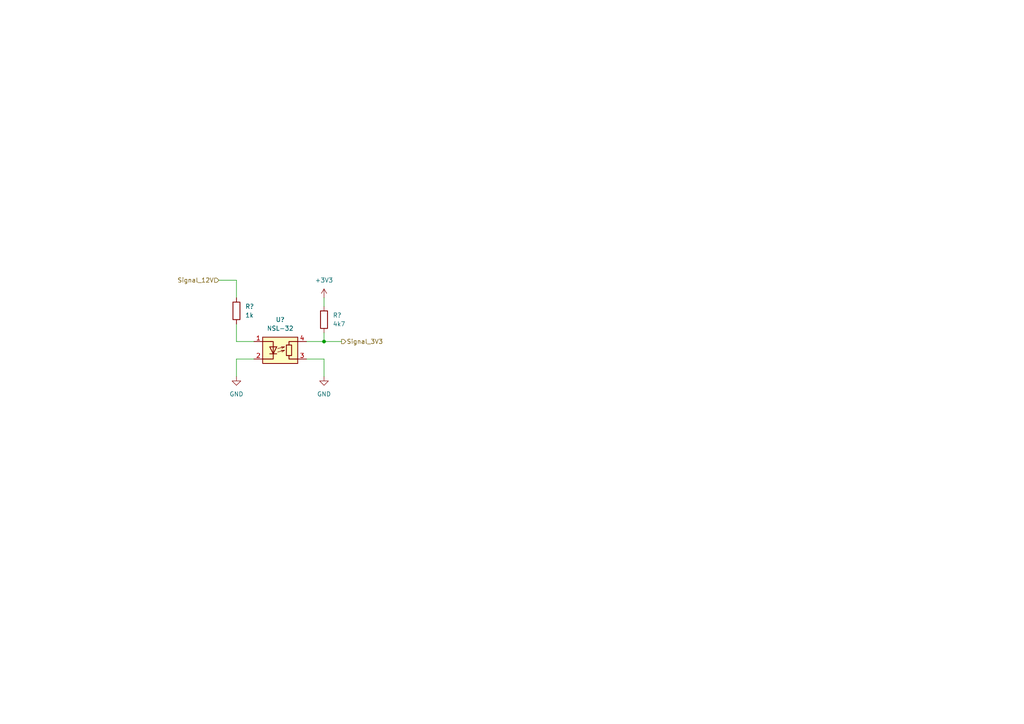
<source format=kicad_sch>
(kicad_sch (version 20211123) (generator eeschema)
  (paper "A4")
  (lib_symbols
    (symbol "Device:R" (pin_numbers hide) (pin_names (offset 0))
      (property "Reference" "R" (at 2.032 0 90))
      (property "Value" "R" (at 0 0 90))
      (symbol "R_0_1"
        (rectangle (start -1.016 -2.54) (end 1.016 2.54) (stroke (width 0.254)))
      )
      (symbol "R_1_1"
        (pin passive line (at 0 3.81 270) (length 1.27) (name "~") (number "1"))
        (pin passive line (at 0 -3.81 90) (length 1.27) (name "~") (number "2"))
      )
    )
    (symbol "Isolator:NSL-32" (pin_names (offset 0.762) hide)
      (property "Reference" "U" (at 0 5.08 0))
      (property "Value" "NSL-32" (at 0 -5.08 0))
      (symbol "NSL-32_0_1"
        (rectangle (start -5.08 3.81) (end 5.08 -3.81) (stroke (width 0.254)) (fill (type background)))
        (polyline (pts (xy -5.08 2.54) (xy -2.54 2.54)) (stroke (width 0.254)))
        (polyline (pts (xy -2.794 -2.54) (xy -5.08 -2.54)) (stroke (width 0.254)))
        (polyline (pts (xy -1.016 -1.016) (xy -3.048 -1.016) (xy -3.048 -1.016)) (stroke (width 0.254)))
        (polyline (pts (xy -0.762 -0.508) (xy 1.27 0) (xy 1.27 0)))
        (polyline (pts (xy -0.762 0.508) (xy 1.27 1.016) (xy 1.27 1.016)))
        (polyline (pts (xy 2.54 -1.524) (xy 2.54 -2.54) (xy 5.08 -2.54)) (stroke (width 0.254)))
        (polyline (pts (xy 2.54 1.524) (xy 2.54 2.54) (xy 5.08 2.54)) (stroke (width 0.254)))
        (polyline (pts (xy -2.794 -2.54) (xy -2.032 -2.54) (xy -2.032 2.54) (xy -2.794 2.54)) (stroke (width 0.254)))
        (polyline (pts (xy 0.254 0) (xy 1.27 0) (xy 0.508 -0.508) (xy 0.508 -0.508)))
        (polyline (pts (xy 0.254 1.016) (xy 1.27 1.016) (xy 0.508 0.508) (xy 0.508 0.508)))
        (polyline (pts (xy -1.016 1.016) (xy -3.048 1.016) (xy -2.032 -1.016) (xy -1.016 1.016) (xy -1.016 1.016) (xy -1.016 1.016)) (stroke (width 0.254)))
        (rectangle (start 1.778 1.524) (end 3.302 -1.524) (stroke (width 0.254)))
      )
      (symbol "NSL-32_1_1"
        (pin passive line (at -7.62 2.54 0) (length 2.54) (name "A") (number "1"))
        (pin passive line (at -7.62 -2.54 0) (length 2.54) (name "K") (number "2"))
        (pin passive line (at 7.62 -2.54 180) (length 2.54) (name "R") (number "3"))
        (pin passive line (at 7.62 2.54 180) (length 2.54) (name "R") (number "4"))
      )
    )
    (symbol "power:+3V3" (power) (pin_names (offset 0))
      (property "Value" "+3V3" (at 0 3.556 0))
      (symbol "+3V3_0_1"
        (polyline (pts (xy -0.762 1.27) (xy 0 2.54)))
        (polyline (pts (xy 0 0) (xy 0 2.54)))
        (polyline (pts (xy 0 2.54) (xy 0.762 1.27)))
      )
      (symbol "+3V3_1_1"
        (pin power_in line (at 0 0 90) (length 0) hide (name "+3V3") (number "1"))
      )
    )
    (symbol "power:GND" (power) (pin_names (offset 0))
      (property "Value" "GND" (at 0 -3.81 0))
      (symbol "GND_0_1"
        (polyline (pts (xy 0 0) (xy 0 -1.27) (xy 1.27 -1.27) (xy 0 -2.54) (xy -1.27 -1.27) (xy 0 -1.27)))
      )
      (symbol "GND_1_1"
        (pin power_in line (at 0 0 270) (length 0) hide (name "GND") (number "1"))
      )
    )
  )
  (junction (at 93.98 99.06))
  (wire (pts (xy 93.98 104.14) (xy 93.98 109.22)))
  (wire (pts (xy 68.58 99.06) (xy 73.66 99.06)))
  (wire (pts (xy 93.98 99.06) (xy 99.06 99.06)))
  (wire (pts (xy 93.98 86.36) (xy 93.98 88.9)))
  (wire (pts (xy 68.58 93.98) (xy 68.58 99.06)))
  (wire (pts (xy 88.9 99.06) (xy 93.98 99.06)))
  (wire (pts (xy 73.66 104.14) (xy 68.58 104.14)))
  (wire (pts (xy 88.9 104.14) (xy 93.98 104.14)))
  (wire (pts (xy 93.98 96.52) (xy 93.98 99.06)))
  (wire (pts (xy 68.58 81.28) (xy 68.58 86.36)))
  (wire (pts (xy 63.5 81.28) (xy 68.58 81.28)))
  (wire (pts (xy 68.58 104.14) (xy 68.58 109.22)))
  (hierarchical_label "Signal_3V3" (shape output) (at 99.06 99.06 0))
  (hierarchical_label "Signal_12V" (shape input) (at 63.5 81.28 180))
  (symbol (lib_id "power:+3V3") (at 93.98 86.36 0) (unit 1)
    (property "Reference" "#PWR?" (effects hide))
    (property "Value" "+3V3" (at 93.98 81.28 0))
  )
  (symbol (lib_id "Isolator:NSL-32") (at 81.28 101.6 0) (unit 1)
    (property "Reference" "U?" (at 81.28 92.71 0))
    (property "Value" "NSL-32" (at 81.28 95.25 0))
    (property "Footprint" "OptoDevice:Luna_NSL-32" (effects hide))
    (property "Datasheet" "http://lunainc.com/wp-content/uploads/2016/06/NSL-32.pdf" (effects hide))
  )
  (symbol (lib_id "Device:R") (at 93.98 92.71 0) (unit 1)
    (property "Reference" "R?" (at 96.52 91.4399 0) (effects (justify left)))
    (property "Value" "4k7" (at 96.52 93.9799 0) (effects (justify left)))
  )
  (symbol (lib_id "power:GND") (at 93.98 109.22 0) (unit 1)
    (property "Reference" "#PWR?" (effects hide))
    (property "Value" "GND" (at 93.98 114.3 0))
  )
  (symbol (lib_id "power:GND") (at 68.58 109.22 0) (unit 1)
    (property "Reference" "#PWR?" (effects hide))
    (property "Value" "GND" (at 68.58 114.3 0))
  )
  (symbol (lib_id "Device:R") (at 68.58 90.17 0) (unit 1)
    (property "Reference" "R?" (at 71.12 88.8999 0) (effects (justify left)))
    (property "Value" "1k" (at 71.12 91.4399 0) (effects (justify left)))
  )
)
</source>
